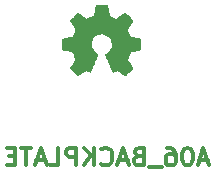
<source format=gbr>
%TF.GenerationSoftware,KiCad,Pcbnew,6.0.7-f9a2dced07~116~ubuntu20.04.1*%
%TF.CreationDate,2022-09-28T21:06:17-05:00*%
%TF.ProjectId,a06,6130362e-6b69-4636-9164-5f7063625858,rev?*%
%TF.SameCoordinates,Original*%
%TF.FileFunction,Legend,Bot*%
%TF.FilePolarity,Positive*%
%FSLAX46Y46*%
G04 Gerber Fmt 4.6, Leading zero omitted, Abs format (unit mm)*
G04 Created by KiCad (PCBNEW 6.0.7-f9a2dced07~116~ubuntu20.04.1) date 2022-09-28 21:06:17*
%MOMM*%
%LPD*%
G01*
G04 APERTURE LIST*
%ADD10C,0.300000*%
%ADD11C,0.010000*%
G04 APERTURE END LIST*
D10*
X179442000Y-128520000D02*
X178727714Y-128520000D01*
X179584857Y-128948571D02*
X179084857Y-127448571D01*
X178584857Y-128948571D01*
X177799142Y-127448571D02*
X177656285Y-127448571D01*
X177513428Y-127520000D01*
X177442000Y-127591428D01*
X177370571Y-127734285D01*
X177299142Y-128020000D01*
X177299142Y-128377142D01*
X177370571Y-128662857D01*
X177442000Y-128805714D01*
X177513428Y-128877142D01*
X177656285Y-128948571D01*
X177799142Y-128948571D01*
X177942000Y-128877142D01*
X178013428Y-128805714D01*
X178084857Y-128662857D01*
X178156285Y-128377142D01*
X178156285Y-128020000D01*
X178084857Y-127734285D01*
X178013428Y-127591428D01*
X177942000Y-127520000D01*
X177799142Y-127448571D01*
X176013428Y-127448571D02*
X176299142Y-127448571D01*
X176442000Y-127520000D01*
X176513428Y-127591428D01*
X176656285Y-127805714D01*
X176727714Y-128091428D01*
X176727714Y-128662857D01*
X176656285Y-128805714D01*
X176584857Y-128877142D01*
X176442000Y-128948571D01*
X176156285Y-128948571D01*
X176013428Y-128877142D01*
X175942000Y-128805714D01*
X175870571Y-128662857D01*
X175870571Y-128305714D01*
X175942000Y-128162857D01*
X176013428Y-128091428D01*
X176156285Y-128020000D01*
X176442000Y-128020000D01*
X176584857Y-128091428D01*
X176656285Y-128162857D01*
X176727714Y-128305714D01*
X175584857Y-129091428D02*
X174442000Y-129091428D01*
X173584857Y-128162857D02*
X173370571Y-128234285D01*
X173299142Y-128305714D01*
X173227714Y-128448571D01*
X173227714Y-128662857D01*
X173299142Y-128805714D01*
X173370571Y-128877142D01*
X173513428Y-128948571D01*
X174084857Y-128948571D01*
X174084857Y-127448571D01*
X173584857Y-127448571D01*
X173442000Y-127520000D01*
X173370571Y-127591428D01*
X173299142Y-127734285D01*
X173299142Y-127877142D01*
X173370571Y-128020000D01*
X173442000Y-128091428D01*
X173584857Y-128162857D01*
X174084857Y-128162857D01*
X172656285Y-128520000D02*
X171942000Y-128520000D01*
X172799142Y-128948571D02*
X172299142Y-127448571D01*
X171799142Y-128948571D01*
X170442000Y-128805714D02*
X170513428Y-128877142D01*
X170727714Y-128948571D01*
X170870571Y-128948571D01*
X171084857Y-128877142D01*
X171227714Y-128734285D01*
X171299142Y-128591428D01*
X171370571Y-128305714D01*
X171370571Y-128091428D01*
X171299142Y-127805714D01*
X171227714Y-127662857D01*
X171084857Y-127520000D01*
X170870571Y-127448571D01*
X170727714Y-127448571D01*
X170513428Y-127520000D01*
X170442000Y-127591428D01*
X169799142Y-128948571D02*
X169799142Y-127448571D01*
X168942000Y-128948571D02*
X169584857Y-128091428D01*
X168942000Y-127448571D02*
X169799142Y-128305714D01*
X168299142Y-128948571D02*
X168299142Y-127448571D01*
X167727714Y-127448571D01*
X167584857Y-127520000D01*
X167513428Y-127591428D01*
X167442000Y-127734285D01*
X167442000Y-127948571D01*
X167513428Y-128091428D01*
X167584857Y-128162857D01*
X167727714Y-128234285D01*
X168299142Y-128234285D01*
X166084857Y-128948571D02*
X166799142Y-128948571D01*
X166799142Y-127448571D01*
X165656285Y-128520000D02*
X164942000Y-128520000D01*
X165799142Y-128948571D02*
X165299142Y-127448571D01*
X164799142Y-128948571D01*
X164513428Y-127448571D02*
X163656285Y-127448571D01*
X164084857Y-128948571D02*
X164084857Y-127448571D01*
X163156285Y-128162857D02*
X162656285Y-128162857D01*
X162442000Y-128948571D02*
X163156285Y-128948571D01*
X163156285Y-127448571D01*
X162442000Y-127448571D01*
%TO.C,REF\u002A\u002A*%
G36*
X170971275Y-115832931D02*
G01*
X171055095Y-116277555D01*
X171673667Y-116532551D01*
X172044707Y-116280246D01*
X172118144Y-116230506D01*
X172215499Y-116165218D01*
X172299787Y-116109454D01*
X172366631Y-116066078D01*
X172411654Y-116037953D01*
X172430478Y-116027942D01*
X172442039Y-116035061D01*
X172476596Y-116064894D01*
X172528894Y-116113852D01*
X172594500Y-116177440D01*
X172668983Y-116251163D01*
X172747913Y-116330525D01*
X172826856Y-116411031D01*
X172901384Y-116488185D01*
X172967063Y-116557493D01*
X173019463Y-116614457D01*
X173054153Y-116654584D01*
X173066701Y-116673377D01*
X173063782Y-116681451D01*
X173043571Y-116717469D01*
X173006663Y-116776744D01*
X172956050Y-116854630D01*
X172894725Y-116946481D01*
X172825679Y-117047650D01*
X172787787Y-117102826D01*
X172722606Y-117198884D01*
X172666723Y-117282717D01*
X172623117Y-117349777D01*
X172594769Y-117395519D01*
X172584657Y-117415396D01*
X172584823Y-117416497D01*
X172593743Y-117441694D01*
X172614206Y-117493147D01*
X172643360Y-117564135D01*
X172678353Y-117647935D01*
X172716332Y-117737828D01*
X172754445Y-117827091D01*
X172789839Y-117909003D01*
X172819662Y-117976843D01*
X172841061Y-118023890D01*
X172851184Y-118043422D01*
X172857174Y-118045155D01*
X172893566Y-118052969D01*
X172958427Y-118065915D01*
X173046565Y-118082979D01*
X173152787Y-118103151D01*
X173271902Y-118125418D01*
X173334683Y-118137223D01*
X173449912Y-118159748D01*
X173550662Y-118180550D01*
X173631426Y-118198435D01*
X173686698Y-118212208D01*
X173710971Y-118220674D01*
X173715331Y-118229066D01*
X173722563Y-118270072D01*
X173728246Y-118338368D01*
X173732382Y-118427529D01*
X173734977Y-118531128D01*
X173736036Y-118642740D01*
X173735561Y-118755938D01*
X173733559Y-118864296D01*
X173730033Y-118961389D01*
X173724987Y-119040790D01*
X173718427Y-119096072D01*
X173710356Y-119120810D01*
X173705458Y-119123600D01*
X173668930Y-119135569D01*
X173605565Y-119151405D01*
X173522686Y-119169374D01*
X173427618Y-119187741D01*
X173395542Y-119193591D01*
X173247393Y-119220798D01*
X173130961Y-119242663D01*
X173042209Y-119260093D01*
X172977103Y-119273996D01*
X172931606Y-119285277D01*
X172901682Y-119294843D01*
X172883294Y-119303601D01*
X172872407Y-119312457D01*
X172871142Y-119313943D01*
X172853338Y-119344931D01*
X172826994Y-119401634D01*
X172794661Y-119477399D01*
X172758893Y-119565574D01*
X172722244Y-119659507D01*
X172687266Y-119752547D01*
X172656513Y-119838041D01*
X172632538Y-119909336D01*
X172617895Y-119959782D01*
X172615136Y-119982726D01*
X172616981Y-119985703D01*
X172636075Y-120014493D01*
X172671984Y-120067595D01*
X172721378Y-120140117D01*
X172780927Y-120227167D01*
X172847303Y-120323854D01*
X172865520Y-120350456D01*
X172929577Y-120445875D01*
X172984937Y-120531212D01*
X173028439Y-120601405D01*
X173056924Y-120651394D01*
X173067232Y-120676116D01*
X173065011Y-120682616D01*
X173041858Y-120714644D01*
X172996177Y-120766945D01*
X172931241Y-120835999D01*
X172850319Y-120918286D01*
X172756685Y-121010286D01*
X172703165Y-121061781D01*
X172618542Y-121141983D01*
X172544475Y-121210678D01*
X172484941Y-121264252D01*
X172443917Y-121299085D01*
X172425381Y-121311563D01*
X172412646Y-121306938D01*
X172373436Y-121285057D01*
X172316495Y-121249273D01*
X172249250Y-121204117D01*
X172201438Y-121171165D01*
X172105985Y-121105727D01*
X172004125Y-121036228D01*
X171911088Y-120973075D01*
X171728832Y-120849800D01*
X171575841Y-120932520D01*
X171539817Y-120951613D01*
X171474303Y-120984272D01*
X171423640Y-121006819D01*
X171396564Y-121015226D01*
X171387703Y-121004430D01*
X171365699Y-120963323D01*
X171333199Y-120895549D01*
X171292010Y-120805409D01*
X171243942Y-120697205D01*
X171190802Y-120575237D01*
X171134399Y-120443808D01*
X171076542Y-120307218D01*
X171019038Y-120169767D01*
X170963697Y-120035758D01*
X170912326Y-119909491D01*
X170866735Y-119795268D01*
X170828732Y-119697390D01*
X170800124Y-119620157D01*
X170782721Y-119567871D01*
X170778331Y-119544833D01*
X170778628Y-119544160D01*
X170799077Y-119522863D01*
X170841850Y-119489508D01*
X170898117Y-119451011D01*
X170915877Y-119439256D01*
X171051014Y-119327735D01*
X171162856Y-119194906D01*
X171248755Y-119046298D01*
X171306062Y-118887440D01*
X171332131Y-118723860D01*
X171324313Y-118561088D01*
X171292644Y-118416315D01*
X171235782Y-118270124D01*
X171152888Y-118139703D01*
X171039131Y-118015813D01*
X170994433Y-117976235D01*
X170849935Y-117878723D01*
X170693838Y-117813050D01*
X170530667Y-117778630D01*
X170364943Y-117774874D01*
X170201192Y-117801194D01*
X170043936Y-117857003D01*
X169897698Y-117941714D01*
X169767004Y-118054737D01*
X169656374Y-118195487D01*
X169635105Y-118230342D01*
X169562810Y-118389655D01*
X169524415Y-118555552D01*
X169518914Y-118723737D01*
X169545301Y-118889913D01*
X169602570Y-119049784D01*
X169689717Y-119199053D01*
X169805736Y-119333423D01*
X169949622Y-119448599D01*
X169954294Y-119451702D01*
X170009964Y-119490933D01*
X170051689Y-119524286D01*
X170070746Y-119544833D01*
X170068342Y-119560941D01*
X170053391Y-119607844D01*
X170026881Y-119680539D01*
X169990620Y-119774725D01*
X169946416Y-119886098D01*
X169896076Y-120010358D01*
X169841407Y-120143202D01*
X169784218Y-120280327D01*
X169726316Y-120417432D01*
X169669510Y-120550215D01*
X169615606Y-120674374D01*
X169566412Y-120785606D01*
X169523737Y-120879609D01*
X169489387Y-120952082D01*
X169465171Y-120998722D01*
X169452897Y-121015226D01*
X169442689Y-121012991D01*
X169402586Y-120996926D01*
X169343318Y-120968759D01*
X169273619Y-120932520D01*
X169120629Y-120849800D01*
X168938373Y-120973075D01*
X168884527Y-121009579D01*
X168784374Y-121077784D01*
X168684525Y-121146098D01*
X168600211Y-121204117D01*
X168553679Y-121235736D01*
X168493200Y-121275020D01*
X168448357Y-121301912D01*
X168426455Y-121311883D01*
X168417045Y-121307650D01*
X168383031Y-121281721D01*
X168330595Y-121236070D01*
X168264301Y-121175186D01*
X168188713Y-121103561D01*
X168108396Y-121025683D01*
X168027913Y-120946045D01*
X167951829Y-120869135D01*
X167884707Y-120799445D01*
X167831112Y-120741464D01*
X167795608Y-120699684D01*
X167782759Y-120678593D01*
X167783500Y-120674581D01*
X167798793Y-120641920D01*
X167831462Y-120585412D01*
X167878350Y-120510163D01*
X167936301Y-120421275D01*
X168002157Y-120323854D01*
X168020627Y-120296982D01*
X168085482Y-120202423D01*
X168142609Y-120118827D01*
X168188678Y-120051084D01*
X168220359Y-120004086D01*
X168234324Y-119982726D01*
X168234668Y-119981811D01*
X168230546Y-119955678D01*
X168214807Y-119902740D01*
X168190004Y-119829647D01*
X168158689Y-119743052D01*
X168123417Y-119649608D01*
X168086740Y-119555965D01*
X168051212Y-119468777D01*
X168019386Y-119394695D01*
X167993816Y-119340371D01*
X167977053Y-119312457D01*
X167975374Y-119310724D01*
X167963372Y-119301956D01*
X167943103Y-119293115D01*
X167910529Y-119283292D01*
X167861616Y-119271583D01*
X167792327Y-119257080D01*
X167698625Y-119238876D01*
X167576476Y-119216066D01*
X167421842Y-119187741D01*
X167389770Y-119181780D01*
X167297893Y-119163352D01*
X167220607Y-119145892D01*
X167165236Y-119131133D01*
X167139105Y-119120810D01*
X167134733Y-119112197D01*
X167127445Y-119070826D01*
X167121669Y-119002241D01*
X167117410Y-118912868D01*
X167114673Y-118809135D01*
X167113462Y-118697465D01*
X167113782Y-118584287D01*
X167115636Y-118476026D01*
X167119030Y-118379108D01*
X167123967Y-118299959D01*
X167130452Y-118245006D01*
X167138489Y-118220674D01*
X167146696Y-118217079D01*
X167187519Y-118205748D01*
X167256524Y-118189722D01*
X167348203Y-118170195D01*
X167457050Y-118148362D01*
X167577558Y-118125418D01*
X167643357Y-118113159D01*
X167756135Y-118091901D01*
X167853207Y-118073287D01*
X167929382Y-118058328D01*
X167979469Y-118048036D01*
X167998276Y-118043422D01*
X167998983Y-118042471D01*
X168010961Y-118018310D01*
X168033794Y-117967694D01*
X168064630Y-117897338D01*
X168100613Y-117813958D01*
X168138891Y-117724270D01*
X168176609Y-117634989D01*
X168210913Y-117552832D01*
X168238949Y-117484513D01*
X168257864Y-117436748D01*
X168264803Y-117416254D01*
X168261742Y-117409043D01*
X168241372Y-117374728D01*
X168204422Y-117316970D01*
X168153860Y-117240299D01*
X168092657Y-117149248D01*
X168023781Y-117048350D01*
X167985994Y-116993093D01*
X167920782Y-116896215D01*
X167864871Y-116811193D01*
X167821241Y-116742662D01*
X167792877Y-116695260D01*
X167782759Y-116673623D01*
X167789790Y-116661887D01*
X167819197Y-116626818D01*
X167867441Y-116573745D01*
X167930093Y-116507164D01*
X168002725Y-116431574D01*
X168080908Y-116351472D01*
X168160214Y-116271354D01*
X168236213Y-116195718D01*
X168304478Y-116129062D01*
X168360580Y-116075882D01*
X168400090Y-116040676D01*
X168418579Y-116027942D01*
X168428843Y-116032893D01*
X168466530Y-116055857D01*
X168527348Y-116094938D01*
X168606913Y-116147272D01*
X168700843Y-116209996D01*
X168804754Y-116280246D01*
X169175794Y-116532551D01*
X169485080Y-116405053D01*
X169794365Y-116277555D01*
X169878186Y-115832931D01*
X169962006Y-115388307D01*
X170887454Y-115388307D01*
X170971275Y-115832931D01*
G37*
D11*
X170971275Y-115832931D02*
X171055095Y-116277555D01*
X171673667Y-116532551D01*
X172044707Y-116280246D01*
X172118144Y-116230506D01*
X172215499Y-116165218D01*
X172299787Y-116109454D01*
X172366631Y-116066078D01*
X172411654Y-116037953D01*
X172430478Y-116027942D01*
X172442039Y-116035061D01*
X172476596Y-116064894D01*
X172528894Y-116113852D01*
X172594500Y-116177440D01*
X172668983Y-116251163D01*
X172747913Y-116330525D01*
X172826856Y-116411031D01*
X172901384Y-116488185D01*
X172967063Y-116557493D01*
X173019463Y-116614457D01*
X173054153Y-116654584D01*
X173066701Y-116673377D01*
X173063782Y-116681451D01*
X173043571Y-116717469D01*
X173006663Y-116776744D01*
X172956050Y-116854630D01*
X172894725Y-116946481D01*
X172825679Y-117047650D01*
X172787787Y-117102826D01*
X172722606Y-117198884D01*
X172666723Y-117282717D01*
X172623117Y-117349777D01*
X172594769Y-117395519D01*
X172584657Y-117415396D01*
X172584823Y-117416497D01*
X172593743Y-117441694D01*
X172614206Y-117493147D01*
X172643360Y-117564135D01*
X172678353Y-117647935D01*
X172716332Y-117737828D01*
X172754445Y-117827091D01*
X172789839Y-117909003D01*
X172819662Y-117976843D01*
X172841061Y-118023890D01*
X172851184Y-118043422D01*
X172857174Y-118045155D01*
X172893566Y-118052969D01*
X172958427Y-118065915D01*
X173046565Y-118082979D01*
X173152787Y-118103151D01*
X173271902Y-118125418D01*
X173334683Y-118137223D01*
X173449912Y-118159748D01*
X173550662Y-118180550D01*
X173631426Y-118198435D01*
X173686698Y-118212208D01*
X173710971Y-118220674D01*
X173715331Y-118229066D01*
X173722563Y-118270072D01*
X173728246Y-118338368D01*
X173732382Y-118427529D01*
X173734977Y-118531128D01*
X173736036Y-118642740D01*
X173735561Y-118755938D01*
X173733559Y-118864296D01*
X173730033Y-118961389D01*
X173724987Y-119040790D01*
X173718427Y-119096072D01*
X173710356Y-119120810D01*
X173705458Y-119123600D01*
X173668930Y-119135569D01*
X173605565Y-119151405D01*
X173522686Y-119169374D01*
X173427618Y-119187741D01*
X173395542Y-119193591D01*
X173247393Y-119220798D01*
X173130961Y-119242663D01*
X173042209Y-119260093D01*
X172977103Y-119273996D01*
X172931606Y-119285277D01*
X172901682Y-119294843D01*
X172883294Y-119303601D01*
X172872407Y-119312457D01*
X172871142Y-119313943D01*
X172853338Y-119344931D01*
X172826994Y-119401634D01*
X172794661Y-119477399D01*
X172758893Y-119565574D01*
X172722244Y-119659507D01*
X172687266Y-119752547D01*
X172656513Y-119838041D01*
X172632538Y-119909336D01*
X172617895Y-119959782D01*
X172615136Y-119982726D01*
X172616981Y-119985703D01*
X172636075Y-120014493D01*
X172671984Y-120067595D01*
X172721378Y-120140117D01*
X172780927Y-120227167D01*
X172847303Y-120323854D01*
X172865520Y-120350456D01*
X172929577Y-120445875D01*
X172984937Y-120531212D01*
X173028439Y-120601405D01*
X173056924Y-120651394D01*
X173067232Y-120676116D01*
X173065011Y-120682616D01*
X173041858Y-120714644D01*
X172996177Y-120766945D01*
X172931241Y-120835999D01*
X172850319Y-120918286D01*
X172756685Y-121010286D01*
X172703165Y-121061781D01*
X172618542Y-121141983D01*
X172544475Y-121210678D01*
X172484941Y-121264252D01*
X172443917Y-121299085D01*
X172425381Y-121311563D01*
X172412646Y-121306938D01*
X172373436Y-121285057D01*
X172316495Y-121249273D01*
X172249250Y-121204117D01*
X172201438Y-121171165D01*
X172105985Y-121105727D01*
X172004125Y-121036228D01*
X171911088Y-120973075D01*
X171728832Y-120849800D01*
X171575841Y-120932520D01*
X171539817Y-120951613D01*
X171474303Y-120984272D01*
X171423640Y-121006819D01*
X171396564Y-121015226D01*
X171387703Y-121004430D01*
X171365699Y-120963323D01*
X171333199Y-120895549D01*
X171292010Y-120805409D01*
X171243942Y-120697205D01*
X171190802Y-120575237D01*
X171134399Y-120443808D01*
X171076542Y-120307218D01*
X171019038Y-120169767D01*
X170963697Y-120035758D01*
X170912326Y-119909491D01*
X170866735Y-119795268D01*
X170828732Y-119697390D01*
X170800124Y-119620157D01*
X170782721Y-119567871D01*
X170778331Y-119544833D01*
X170778628Y-119544160D01*
X170799077Y-119522863D01*
X170841850Y-119489508D01*
X170898117Y-119451011D01*
X170915877Y-119439256D01*
X171051014Y-119327735D01*
X171162856Y-119194906D01*
X171248755Y-119046298D01*
X171306062Y-118887440D01*
X171332131Y-118723860D01*
X171324313Y-118561088D01*
X171292644Y-118416315D01*
X171235782Y-118270124D01*
X171152888Y-118139703D01*
X171039131Y-118015813D01*
X170994433Y-117976235D01*
X170849935Y-117878723D01*
X170693838Y-117813050D01*
X170530667Y-117778630D01*
X170364943Y-117774874D01*
X170201192Y-117801194D01*
X170043936Y-117857003D01*
X169897698Y-117941714D01*
X169767004Y-118054737D01*
X169656374Y-118195487D01*
X169635105Y-118230342D01*
X169562810Y-118389655D01*
X169524415Y-118555552D01*
X169518914Y-118723737D01*
X169545301Y-118889913D01*
X169602570Y-119049784D01*
X169689717Y-119199053D01*
X169805736Y-119333423D01*
X169949622Y-119448599D01*
X169954294Y-119451702D01*
X170009964Y-119490933D01*
X170051689Y-119524286D01*
X170070746Y-119544833D01*
X170068342Y-119560941D01*
X170053391Y-119607844D01*
X170026881Y-119680539D01*
X169990620Y-119774725D01*
X169946416Y-119886098D01*
X169896076Y-120010358D01*
X169841407Y-120143202D01*
X169784218Y-120280327D01*
X169726316Y-120417432D01*
X169669510Y-120550215D01*
X169615606Y-120674374D01*
X169566412Y-120785606D01*
X169523737Y-120879609D01*
X169489387Y-120952082D01*
X169465171Y-120998722D01*
X169452897Y-121015226D01*
X169442689Y-121012991D01*
X169402586Y-120996926D01*
X169343318Y-120968759D01*
X169273619Y-120932520D01*
X169120629Y-120849800D01*
X168938373Y-120973075D01*
X168884527Y-121009579D01*
X168784374Y-121077784D01*
X168684525Y-121146098D01*
X168600211Y-121204117D01*
X168553679Y-121235736D01*
X168493200Y-121275020D01*
X168448357Y-121301912D01*
X168426455Y-121311883D01*
X168417045Y-121307650D01*
X168383031Y-121281721D01*
X168330595Y-121236070D01*
X168264301Y-121175186D01*
X168188713Y-121103561D01*
X168108396Y-121025683D01*
X168027913Y-120946045D01*
X167951829Y-120869135D01*
X167884707Y-120799445D01*
X167831112Y-120741464D01*
X167795608Y-120699684D01*
X167782759Y-120678593D01*
X167783500Y-120674581D01*
X167798793Y-120641920D01*
X167831462Y-120585412D01*
X167878350Y-120510163D01*
X167936301Y-120421275D01*
X168002157Y-120323854D01*
X168020627Y-120296982D01*
X168085482Y-120202423D01*
X168142609Y-120118827D01*
X168188678Y-120051084D01*
X168220359Y-120004086D01*
X168234324Y-119982726D01*
X168234668Y-119981811D01*
X168230546Y-119955678D01*
X168214807Y-119902740D01*
X168190004Y-119829647D01*
X168158689Y-119743052D01*
X168123417Y-119649608D01*
X168086740Y-119555965D01*
X168051212Y-119468777D01*
X168019386Y-119394695D01*
X167993816Y-119340371D01*
X167977053Y-119312457D01*
X167975374Y-119310724D01*
X167963372Y-119301956D01*
X167943103Y-119293115D01*
X167910529Y-119283292D01*
X167861616Y-119271583D01*
X167792327Y-119257080D01*
X167698625Y-119238876D01*
X167576476Y-119216066D01*
X167421842Y-119187741D01*
X167389770Y-119181780D01*
X167297893Y-119163352D01*
X167220607Y-119145892D01*
X167165236Y-119131133D01*
X167139105Y-119120810D01*
X167134733Y-119112197D01*
X167127445Y-119070826D01*
X167121669Y-119002241D01*
X167117410Y-118912868D01*
X167114673Y-118809135D01*
X167113462Y-118697465D01*
X167113782Y-118584287D01*
X167115636Y-118476026D01*
X167119030Y-118379108D01*
X167123967Y-118299959D01*
X167130452Y-118245006D01*
X167138489Y-118220674D01*
X167146696Y-118217079D01*
X167187519Y-118205748D01*
X167256524Y-118189722D01*
X167348203Y-118170195D01*
X167457050Y-118148362D01*
X167577558Y-118125418D01*
X167643357Y-118113159D01*
X167756135Y-118091901D01*
X167853207Y-118073287D01*
X167929382Y-118058328D01*
X167979469Y-118048036D01*
X167998276Y-118043422D01*
X167998983Y-118042471D01*
X168010961Y-118018310D01*
X168033794Y-117967694D01*
X168064630Y-117897338D01*
X168100613Y-117813958D01*
X168138891Y-117724270D01*
X168176609Y-117634989D01*
X168210913Y-117552832D01*
X168238949Y-117484513D01*
X168257864Y-117436748D01*
X168264803Y-117416254D01*
X168261742Y-117409043D01*
X168241372Y-117374728D01*
X168204422Y-117316970D01*
X168153860Y-117240299D01*
X168092657Y-117149248D01*
X168023781Y-117048350D01*
X167985994Y-116993093D01*
X167920782Y-116896215D01*
X167864871Y-116811193D01*
X167821241Y-116742662D01*
X167792877Y-116695260D01*
X167782759Y-116673623D01*
X167789790Y-116661887D01*
X167819197Y-116626818D01*
X167867441Y-116573745D01*
X167930093Y-116507164D01*
X168002725Y-116431574D01*
X168080908Y-116351472D01*
X168160214Y-116271354D01*
X168236213Y-116195718D01*
X168304478Y-116129062D01*
X168360580Y-116075882D01*
X168400090Y-116040676D01*
X168418579Y-116027942D01*
X168428843Y-116032893D01*
X168466530Y-116055857D01*
X168527348Y-116094938D01*
X168606913Y-116147272D01*
X168700843Y-116209996D01*
X168804754Y-116280246D01*
X169175794Y-116532551D01*
X169485080Y-116405053D01*
X169794365Y-116277555D01*
X169878186Y-115832931D01*
X169962006Y-115388307D01*
X170887454Y-115388307D01*
X170971275Y-115832931D01*
%TD*%
M02*

</source>
